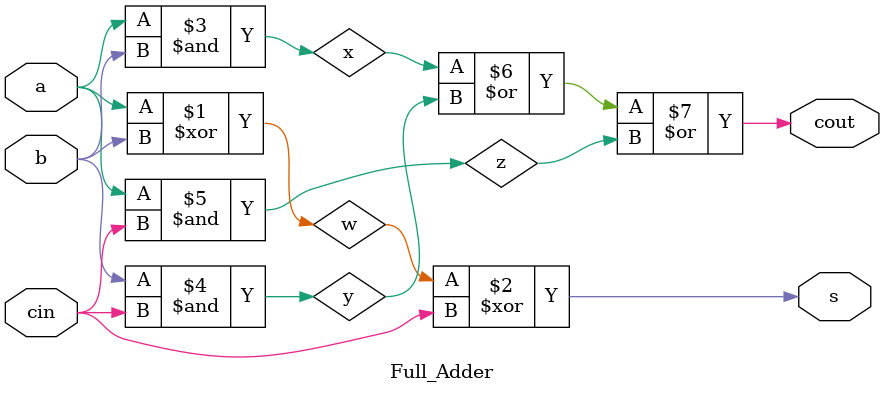
<source format=v>
module Full_Adder(a,b,cin,s,cout);
input a,b,cin;
output s,cout;
wire w,x,y,z;
xor g1(w,a,b);
xor g2(s,w,cin);
and g3(x,a,b);
and g4(y,b,cin);
and g5(z,a,cin);
or g6(cout,x,y,z);
endmodule

</source>
